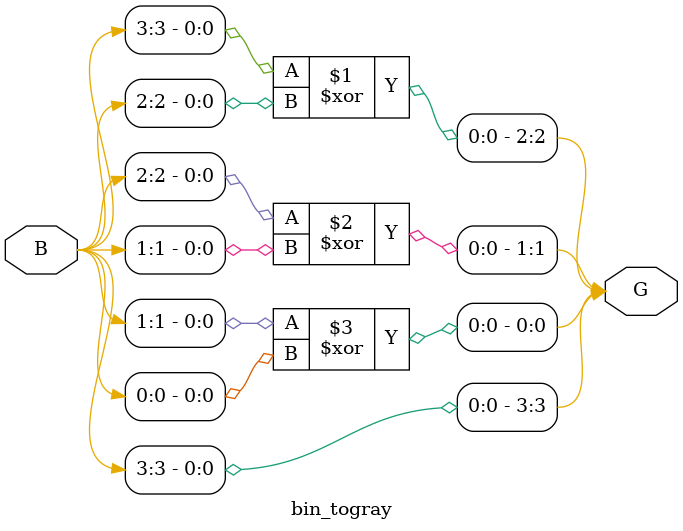
<source format=v>
/*module bin_togray(B1,B2,B3,G1,G2,G3);
input B1,B2,B3;
output G1,G2,G3;

assign G3=B3;
assign G2=B2^B3;
assign G1=B1^B2;
endmodule
*/
module bin_togray(
input [3:0] B,
output [3:0] G );

assign G[3]=B[3];
assign G[2]=B[3]^B[2];
assign G[1]=B[2]^B[1];
assign G[0]=B[1]^B[0];
endmodule



</source>
